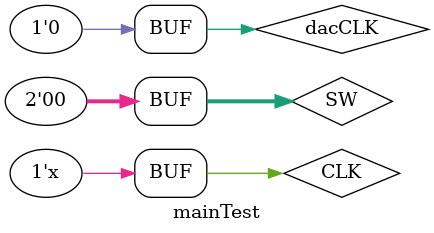
<source format=v>
`timescale 1ns / 1ps


module mainTest;

	// Inputs
	reg CLK;
	reg [1:0] SW;

	// Outputs
	wire dacCLK;
	wire dacDINA;
	wire dacSYNC;
	wire [7:0] LED;

	// Instantiate the Unit Under Test (UUT)
	lab5_top_module uut (
		.CLK(CLK), 
		.SW(SW), 
		.dacCLK(dacCLK), 
		.dacDINA(dacDINA), 
		.dacSYNC(dacSYNC), 
		.LED(LED)
	);

	initial begin
		// Initialize Inputs
		CLK = 0;
		SW = 0;
		dacCLK = 0;
		//dacSYNC = 1;

		// Wait 100 ns for global reset to finish
		#100;
        
		// Add stimulus here
	end

	always CLK = #5 ~CLK;  // 100 MHz
	
endmodule


</source>
